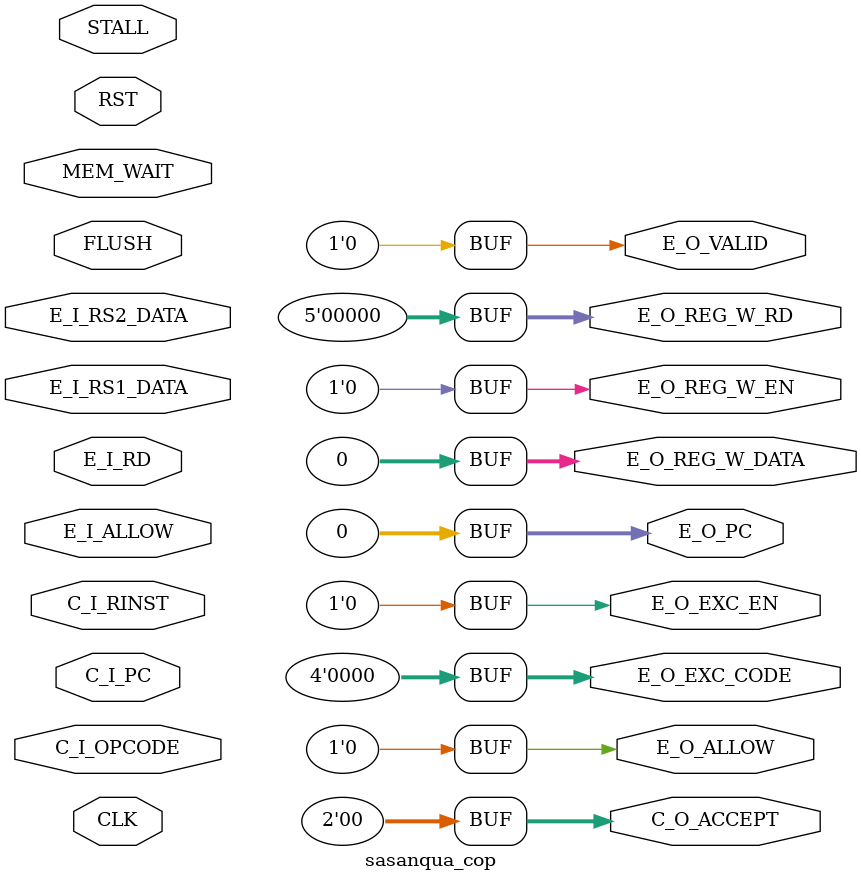
<source format=v>
module sasanqua_cop #
    (
        parameter COP_NUMS = 32'd1,
        parameter PNUMS    = COP_NUMS+1
    )
    (
        /* ----- 制御 ----- */
        input wire                      CLK,
        input wire                      RST,
        input wire                      FLUSH,
        input wire                      STALL,
        input wire                      MEM_WAIT,

        /* ----- Check 接続 ----- */
        // Core -> Cop
        input wire  [(32*PNUMS-1):0]    C_I_PC,
        input wire  [(16*PNUMS-1):0]    C_I_OPCODE,
        input wire  [(32*PNUMS-1):0]    C_I_RINST,

        // Cop -> Core
        output wire [( 1*PNUMS-1):0]    C_O_ACCEPT,

        /* -----  Exec 接続 ----- */
        // Core -> Cop
        input wire  [( 1*COP_NUMS-1):0] E_I_ALLOW,
        input wire  [( 5*COP_NUMS-1):0] E_I_RD,
        input wire  [(32*COP_NUMS-1):0] E_I_RS1_DATA,
        input wire  [(32*COP_NUMS-1):0] E_I_RS2_DATA,

        // Cop -> Core
        output wire [( 1*COP_NUMS-1):0] E_O_ALLOW,
        output wire [( 1*COP_NUMS-1):0] E_O_VALID,
        output wire [(32*COP_NUMS-1):0] E_O_PC,
        output wire [( 1*COP_NUMS-1):0] E_O_REG_W_EN,
        output wire [( 5*COP_NUMS-1):0] E_O_REG_W_RD,
        output wire [(32*COP_NUMS-1):0] E_O_REG_W_DATA,
        output wire [( 1*COP_NUMS-1):0] E_O_EXC_EN,
        output wire [( 4*COP_NUMS-1):0] E_O_EXC_CODE
    );

    assign C_O_ACCEPT       = 1'b0;
    assign E_O_ALLOW        = 1'b0;
    assign E_O_VALID        = 1'b0;
    assign E_O_PC           = 32'b0;
    assign E_O_REG_W_EN     = 1'b0;
    assign E_O_REG_W_RD     = 5'b0;
    assign E_O_REG_W_DATA   = 32'b0;
    assign E_O_EXC_EN       = 1'b0;
    assign E_O_EXC_CODE     = 4'b0;

endmodule

</source>
